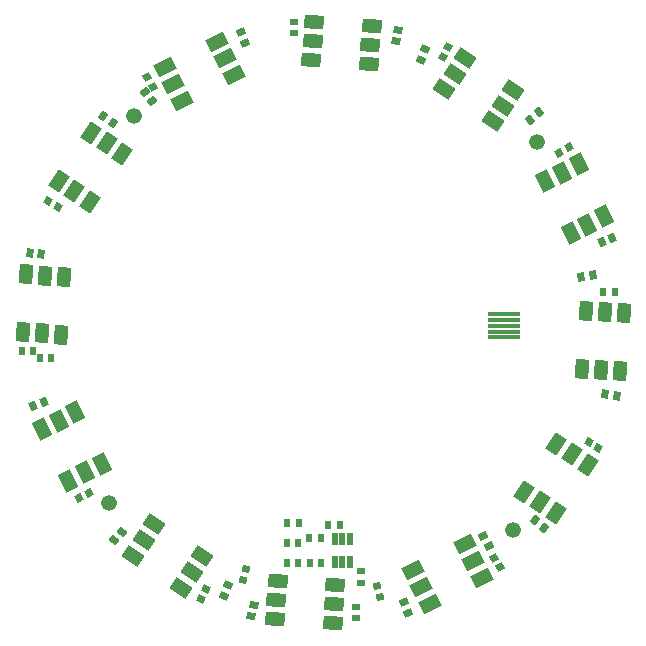
<source format=gts>
G04 Layer_Color=8388736*
%FSTAX42Y42*%
%MOMM*%
G71*
G01*
G75*
%ADD97R,0.49X0.99*%
%ADD98R,0.65X0.60*%
%ADD99R,2.70X0.40*%
G04:AMPARAMS|DCode=100|XSize=0.6mm|YSize=0.75mm|CornerRadius=0mm|HoleSize=0mm|Usage=FLASHONLY|Rotation=290.000|XOffset=0mm|YOffset=0mm|HoleType=Round|Shape=Rectangle|*
%AMROTATEDRECTD100*
4,1,4,-0.45,0.15,0.25,0.41,0.45,-0.15,-0.25,-0.41,-0.45,0.15,0.0*
%
%ADD100ROTATEDRECTD100*%

G04:AMPARAMS|DCode=101|XSize=1.14mm|YSize=1.64mm|CornerRadius=0mm|HoleSize=0mm|Usage=FLASHONLY|Rotation=296.400|XOffset=0mm|YOffset=0mm|HoleType=Round|Shape=Rectangle|*
%AMROTATEDRECTD101*
4,1,4,-0.99,0.15,0.48,0.88,0.99,-0.15,-0.48,-0.88,-0.99,0.15,0.0*
%
%ADD101ROTATEDRECTD101*%

%ADD102R,0.60X0.75*%
%ADD103R,0.60X0.65*%
G04:AMPARAMS|DCode=104|XSize=0.6mm|YSize=0.65mm|CornerRadius=0mm|HoleSize=0mm|Usage=FLASHONLY|Rotation=255.000|XOffset=0mm|YOffset=0mm|HoleType=Round|Shape=Rectangle|*
%AMROTATEDRECTD104*
4,1,4,-0.24,0.37,0.39,0.20,0.24,-0.37,-0.39,-0.20,-0.24,0.37,0.0*
%
%ADD104ROTATEDRECTD104*%

G04:AMPARAMS|DCode=105|XSize=0.6mm|YSize=0.75mm|CornerRadius=0mm|HoleSize=0mm|Usage=FLASHONLY|Rotation=249.000|XOffset=0mm|YOffset=0mm|HoleType=Round|Shape=Rectangle|*
%AMROTATEDRECTD105*
4,1,4,-0.24,0.41,0.46,0.14,0.24,-0.41,-0.46,-0.14,-0.24,0.41,0.0*
%
%ADD105ROTATEDRECTD105*%

G04:AMPARAMS|DCode=106|XSize=0.6mm|YSize=0.75mm|CornerRadius=0mm|HoleSize=0mm|Usage=FLASHONLY|Rotation=260.000|XOffset=0mm|YOffset=0mm|HoleType=Round|Shape=Rectangle|*
%AMROTATEDRECTD106*
4,1,4,-0.32,0.36,0.42,0.23,0.32,-0.36,-0.42,-0.23,-0.32,0.36,0.0*
%
%ADD106ROTATEDRECTD106*%

G04:AMPARAMS|DCode=107|XSize=0.6mm|YSize=0.75mm|CornerRadius=0mm|HoleSize=0mm|Usage=FLASHONLY|Rotation=230.000|XOffset=0mm|YOffset=0mm|HoleType=Round|Shape=Rectangle|*
%AMROTATEDRECTD107*
4,1,4,-0.10,0.47,0.48,-0.01,0.10,-0.47,-0.48,0.01,-0.10,0.47,0.0*
%
%ADD107ROTATEDRECTD107*%

G04:AMPARAMS|DCode=108|XSize=0.6mm|YSize=0.75mm|CornerRadius=0mm|HoleSize=0mm|Usage=FLASHONLY|Rotation=200.000|XOffset=0mm|YOffset=0mm|HoleType=Round|Shape=Rectangle|*
%AMROTATEDRECTD108*
4,1,4,0.15,0.45,0.41,-0.25,-0.15,-0.45,-0.41,0.25,0.15,0.45,0.0*
%
%ADD108ROTATEDRECTD108*%

G04:AMPARAMS|DCode=109|XSize=0.6mm|YSize=0.75mm|CornerRadius=0mm|HoleSize=0mm|Usage=FLASHONLY|Rotation=175.000|XOffset=0mm|YOffset=0mm|HoleType=Round|Shape=Rectangle|*
%AMROTATEDRECTD109*
4,1,4,0.33,0.35,0.26,-0.40,-0.33,-0.35,-0.26,0.40,0.33,0.35,0.0*
%
%ADD109ROTATEDRECTD109*%

G04:AMPARAMS|DCode=110|XSize=0.6mm|YSize=0.75mm|CornerRadius=0mm|HoleSize=0mm|Usage=FLASHONLY|Rotation=130.000|XOffset=0mm|YOffset=0mm|HoleType=Round|Shape=Rectangle|*
%AMROTATEDRECTD110*
4,1,4,0.48,0.01,-0.10,-0.47,-0.48,-0.01,0.10,0.47,0.48,0.01,0.0*
%
%ADD110ROTATEDRECTD110*%

G04:AMPARAMS|DCode=111|XSize=0.6mm|YSize=0.75mm|CornerRadius=0mm|HoleSize=0mm|Usage=FLASHONLY|Rotation=70.000|XOffset=0mm|YOffset=0mm|HoleType=Round|Shape=Rectangle|*
%AMROTATEDRECTD111*
4,1,4,0.25,-0.41,-0.45,-0.15,-0.25,0.41,0.45,0.15,0.25,-0.41,0.0*
%
%ADD111ROTATEDRECTD111*%

G04:AMPARAMS|DCode=112|XSize=0.6mm|YSize=0.75mm|CornerRadius=0mm|HoleSize=0mm|Usage=FLASHONLY|Rotation=145.000|XOffset=0mm|YOffset=0mm|HoleType=Round|Shape=Rectangle|*
%AMROTATEDRECTD112*
4,1,4,0.46,0.14,0.03,-0.48,-0.46,-0.14,-0.03,0.48,0.46,0.14,0.0*
%
%ADD112ROTATEDRECTD112*%

G04:AMPARAMS|DCode=113|XSize=0.6mm|YSize=0.75mm|CornerRadius=0mm|HoleSize=0mm|Usage=FLASHONLY|Rotation=81.000|XOffset=0mm|YOffset=0mm|HoleType=Round|Shape=Rectangle|*
%AMROTATEDRECTD113*
4,1,4,0.32,-0.35,-0.42,-0.24,-0.32,0.35,0.42,0.24,0.32,-0.35,0.0*
%
%ADD113ROTATEDRECTD113*%

G04:AMPARAMS|DCode=114|XSize=0.6mm|YSize=0.75mm|CornerRadius=0mm|HoleSize=0mm|Usage=FLASHONLY|Rotation=40.000|XOffset=0mm|YOffset=0mm|HoleType=Round|Shape=Rectangle|*
%AMROTATEDRECTD114*
4,1,4,0.01,-0.48,-0.47,0.10,-0.01,0.48,0.47,-0.10,0.01,-0.48,0.0*
%
%ADD114ROTATEDRECTD114*%

G04:AMPARAMS|DCode=115|XSize=0.6mm|YSize=0.75mm|CornerRadius=0mm|HoleSize=0mm|Usage=FLASHONLY|Rotation=190.000|XOffset=0mm|YOffset=0mm|HoleType=Round|Shape=Rectangle|*
%AMROTATEDRECTD115*
4,1,4,0.23,0.42,0.36,-0.32,-0.23,-0.42,-0.36,0.32,0.23,0.42,0.0*
%
%ADD115ROTATEDRECTD115*%

G04:AMPARAMS|DCode=116|XSize=0.6mm|YSize=0.75mm|CornerRadius=0mm|HoleSize=0mm|Usage=FLASHONLY|Rotation=298.000|XOffset=0mm|YOffset=0mm|HoleType=Round|Shape=Rectangle|*
%AMROTATEDRECTD116*
4,1,4,-0.47,0.09,0.19,0.44,0.47,-0.09,-0.19,-0.44,-0.47,0.09,0.0*
%
%ADD116ROTATEDRECTD116*%

G04:AMPARAMS|DCode=117|XSize=0.6mm|YSize=0.75mm|CornerRadius=0mm|HoleSize=0mm|Usage=FLASHONLY|Rotation=21.000|XOffset=0mm|YOffset=0mm|HoleType=Round|Shape=Rectangle|*
%AMROTATEDRECTD117*
4,1,4,-0.14,-0.46,-0.41,0.24,0.14,0.46,0.41,-0.24,-0.14,-0.46,0.0*
%
%ADD117ROTATEDRECTD117*%

G04:AMPARAMS|DCode=118|XSize=0.6mm|YSize=0.75mm|CornerRadius=0mm|HoleSize=0mm|Usage=FLASHONLY|Rotation=350.000|XOffset=0mm|YOffset=0mm|HoleType=Round|Shape=Rectangle|*
%AMROTATEDRECTD118*
4,1,4,-0.36,-0.32,-0.23,0.42,0.36,0.32,0.23,-0.42,-0.36,-0.32,0.0*
%
%ADD118ROTATEDRECTD118*%

G04:AMPARAMS|DCode=119|XSize=0.6mm|YSize=0.75mm|CornerRadius=0mm|HoleSize=0mm|Usage=FLASHONLY|Rotation=320.000|XOffset=0mm|YOffset=0mm|HoleType=Round|Shape=Rectangle|*
%AMROTATEDRECTD119*
4,1,4,-0.47,-0.10,0.01,0.48,0.47,0.10,-0.01,-0.48,-0.47,-0.10,0.0*
%
%ADD119ROTATEDRECTD119*%

G04:AMPARAMS|DCode=120|XSize=0.6mm|YSize=0.65mm|CornerRadius=0mm|HoleSize=0mm|Usage=FLASHONLY|Rotation=105.000|XOffset=0mm|YOffset=0mm|HoleType=Round|Shape=Rectangle|*
%AMROTATEDRECTD120*
4,1,4,0.39,-0.20,-0.24,-0.37,-0.39,0.20,0.24,0.37,0.39,-0.20,0.0*
%
%ADD120ROTATEDRECTD120*%

G04:AMPARAMS|DCode=121|XSize=0.6mm|YSize=0.65mm|CornerRadius=0mm|HoleSize=0mm|Usage=FLASHONLY|Rotation=65.000|XOffset=0mm|YOffset=0mm|HoleType=Round|Shape=Rectangle|*
%AMROTATEDRECTD121*
4,1,4,0.17,-0.41,-0.42,-0.13,-0.17,0.41,0.42,0.13,0.17,-0.41,0.0*
%
%ADD121ROTATEDRECTD121*%

G04:AMPARAMS|DCode=122|XSize=0.6mm|YSize=0.65mm|CornerRadius=0mm|HoleSize=0mm|Usage=FLASHONLY|Rotation=30.000|XOffset=0mm|YOffset=0mm|HoleType=Round|Shape=Rectangle|*
%AMROTATEDRECTD122*
4,1,4,-0.10,-0.43,-0.42,0.13,0.10,0.43,0.42,-0.13,-0.10,-0.43,0.0*
%
%ADD122ROTATEDRECTD122*%

G04:AMPARAMS|DCode=123|XSize=0.6mm|YSize=0.65mm|CornerRadius=0mm|HoleSize=0mm|Usage=FLASHONLY|Rotation=330.000|XOffset=0mm|YOffset=0mm|HoleType=Round|Shape=Rectangle|*
%AMROTATEDRECTD123*
4,1,4,-0.42,-0.13,-0.10,0.43,0.42,0.13,0.10,-0.43,-0.42,-0.13,0.0*
%
%ADD123ROTATEDRECTD123*%

G04:AMPARAMS|DCode=124|XSize=0.6mm|YSize=0.65mm|CornerRadius=0mm|HoleSize=0mm|Usage=FLASHONLY|Rotation=300.000|XOffset=0mm|YOffset=0mm|HoleType=Round|Shape=Rectangle|*
%AMROTATEDRECTD124*
4,1,4,-0.43,0.10,0.13,0.42,0.43,-0.10,-0.13,-0.42,-0.43,0.10,0.0*
%
%ADD124ROTATEDRECTD124*%

G04:AMPARAMS|DCode=125|XSize=0.6mm|YSize=0.65mm|CornerRadius=0mm|HoleSize=0mm|Usage=FLASHONLY|Rotation=240.000|XOffset=0mm|YOffset=0mm|HoleType=Round|Shape=Rectangle|*
%AMROTATEDRECTD125*
4,1,4,-0.13,0.42,0.43,0.10,0.13,-0.42,-0.43,-0.10,-0.13,0.42,0.0*
%
%ADD125ROTATEDRECTD125*%

G04:AMPARAMS|DCode=126|XSize=1.14mm|YSize=1.64mm|CornerRadius=0mm|HoleSize=0mm|Usage=FLASHONLY|Rotation=266.000|XOffset=0mm|YOffset=0mm|HoleType=Round|Shape=Rectangle|*
%AMROTATEDRECTD126*
4,1,4,-0.78,0.63,0.86,0.51,0.78,-0.63,-0.86,-0.51,-0.78,0.63,0.0*
%
%ADD126ROTATEDRECTD126*%

G04:AMPARAMS|DCode=127|XSize=1.14mm|YSize=1.64mm|CornerRadius=0mm|HoleSize=0mm|Usage=FLASHONLY|Rotation=236.500|XOffset=0mm|YOffset=0mm|HoleType=Round|Shape=Rectangle|*
%AMROTATEDRECTD127*
4,1,4,-0.37,0.93,1.00,0.02,0.37,-0.93,-1.00,-0.02,-0.37,0.93,0.0*
%
%ADD127ROTATEDRECTD127*%

G04:AMPARAMS|DCode=128|XSize=1.14mm|YSize=1.64mm|CornerRadius=0mm|HoleSize=0mm|Usage=FLASHONLY|Rotation=207.000|XOffset=0mm|YOffset=0mm|HoleType=Round|Shape=Rectangle|*
%AMROTATEDRECTD128*
4,1,4,0.14,0.99,0.88,-0.47,-0.14,-0.99,-0.88,0.47,0.14,0.99,0.0*
%
%ADD128ROTATEDRECTD128*%

G04:AMPARAMS|DCode=129|XSize=1.14mm|YSize=1.64mm|CornerRadius=0mm|HoleSize=0mm|Usage=FLASHONLY|Rotation=176.400|XOffset=0mm|YOffset=0mm|HoleType=Round|Shape=Rectangle|*
%AMROTATEDRECTD129*
4,1,4,0.62,0.78,0.52,-0.85,-0.62,-0.78,-0.52,0.85,0.62,0.78,0.0*
%
%ADD129ROTATEDRECTD129*%

G04:AMPARAMS|DCode=130|XSize=1.14mm|YSize=1.64mm|CornerRadius=0mm|HoleSize=0mm|Usage=FLASHONLY|Rotation=146.000|XOffset=0mm|YOffset=0mm|HoleType=Round|Shape=Rectangle|*
%AMROTATEDRECTD130*
4,1,4,0.93,0.36,0.01,-1.00,-0.93,-0.36,-0.01,1.00,0.93,0.36,0.0*
%
%ADD130ROTATEDRECTD130*%

G04:AMPARAMS|DCode=131|XSize=1.14mm|YSize=1.64mm|CornerRadius=0mm|HoleSize=0mm|Usage=FLASHONLY|Rotation=26.400|XOffset=0mm|YOffset=0mm|HoleType=Round|Shape=Rectangle|*
%AMROTATEDRECTD131*
4,1,4,-0.15,-0.99,-0.88,0.48,0.15,0.99,0.88,-0.48,-0.15,-0.99,0.0*
%
%ADD131ROTATEDRECTD131*%

%ADD132C,1.34*%
D97*
X02034Y016515D02*
D03*
X020405Y016515D02*
D03*
X02047D02*
D03*
X02047Y016705D02*
D03*
X020405D02*
D03*
X02034Y016705D02*
D03*
D98*
X020525Y016133D02*
D03*
Y016037D02*
D03*
X020568Y016336D02*
D03*
X020568Y016432D02*
D03*
X019995Y020989D02*
D03*
Y021086D02*
D03*
D99*
X021777Y018613D02*
D03*
Y018563D02*
D03*
Y018513D02*
D03*
Y018463D02*
D03*
Y018413D02*
D03*
D100*
X020926Y016173D02*
D03*
X020959Y016082D02*
D03*
X019585Y020909D02*
D03*
X019552Y020999D02*
D03*
D101*
X021443Y016663D02*
D03*
X021586Y016376D02*
D03*
X021514Y016519D02*
D03*
X021075Y016301D02*
D03*
X021147Y016158D02*
D03*
X021004Y016445D02*
D03*
X019047Y020413D02*
D03*
X018905Y020699D02*
D03*
X018976Y020556D02*
D03*
X019415Y020775D02*
D03*
X019343Y020918D02*
D03*
X019486Y020631D02*
D03*
D102*
X020224Y016718D02*
D03*
X020127D02*
D03*
X01794Y01824D02*
D03*
X017843Y01824D02*
D03*
D103*
X020033Y016674D02*
D03*
X019936D02*
D03*
X020034Y016503D02*
D03*
X019937D02*
D03*
X020383Y016824D02*
D03*
X020287D02*
D03*
X020133Y016505D02*
D03*
X020229D02*
D03*
X020035Y01684D02*
D03*
X019938D02*
D03*
X017791Y018298D02*
D03*
X017694D02*
D03*
X022617Y018795D02*
D03*
X022713D02*
D03*
D104*
X019563Y016361D02*
D03*
X019588Y016454D02*
D03*
D105*
X019435Y016313D02*
D03*
X0194Y016222D02*
D03*
D106*
X019654Y016148D02*
D03*
X019637Y016053D02*
D03*
D107*
X018539Y016769D02*
D03*
X018476Y016696D02*
D03*
D108*
X017878Y017869D02*
D03*
X017787Y017836D02*
D03*
D109*
X017858Y019116D02*
D03*
X017762Y019124D02*
D03*
D110*
X018797Y020413D02*
D03*
X018735Y020487D02*
D03*
D111*
X021069Y020761D02*
D03*
X021102Y020852D02*
D03*
D112*
X018462Y020232D02*
D03*
X018383Y020288D02*
D03*
D113*
X020859Y020921D02*
D03*
X020874Y021016D02*
D03*
D114*
X021995Y020257D02*
D03*
X022069Y020319D02*
D03*
D115*
X022525Y018946D02*
D03*
X02243Y018929D02*
D03*
D116*
X021601Y016731D02*
D03*
X021647Y016646D02*
D03*
D117*
X022601Y019222D02*
D03*
X022691Y019257D02*
D03*
D118*
X022632Y017936D02*
D03*
X022728Y017919D02*
D03*
D119*
X022041Y016864D02*
D03*
X022114Y016801D02*
D03*
D120*
X020702Y016305D02*
D03*
X020727Y016212D02*
D03*
D121*
X01925Y016286D02*
D03*
X01921Y016199D02*
D03*
D122*
X018259Y017099D02*
D03*
X018176Y017051D02*
D03*
X022243Y019978D02*
D03*
X022327Y020027D02*
D03*
D123*
X017997Y019521D02*
D03*
X017913Y019569D02*
D03*
X022491Y017527D02*
D03*
X022574Y017478D02*
D03*
D124*
X018804Y020536D02*
D03*
X018756Y020619D02*
D03*
X021693Y016549D02*
D03*
X021742Y016466D02*
D03*
D125*
X021256Y020786D02*
D03*
X021304Y020869D02*
D03*
D126*
X020347Y016313D02*
D03*
X020325Y015994D02*
D03*
X020336Y016153D02*
D03*
X019847Y016187D02*
D03*
X019836Y016028D02*
D03*
X019858Y016347D02*
D03*
X020145Y02076D02*
D03*
X020164Y02108D02*
D03*
X020155Y02092D02*
D03*
X020644Y02089D02*
D03*
X020654Y02105D02*
D03*
X020634Y020731D02*
D03*
D127*
X019221Y016561D02*
D03*
X019044Y016294D02*
D03*
X019132Y016428D02*
D03*
X018724Y016698D02*
D03*
X018635Y016565D02*
D03*
X018812Y016832D02*
D03*
X02127Y020513D02*
D03*
X021447Y02078D02*
D03*
X021358Y020647D02*
D03*
X021766Y020375D02*
D03*
X021855Y020509D02*
D03*
X021678Y020242D02*
D03*
D128*
X018368Y017343D02*
D03*
X018083Y017198D02*
D03*
X018225Y01727D02*
D03*
X018003Y017707D02*
D03*
X01786Y017634D02*
D03*
X018146Y01778D02*
D03*
D129*
X01802Y018437D02*
D03*
X0177Y018458D02*
D03*
X01786Y018448D02*
D03*
X017891Y018937D02*
D03*
X017731Y018947D02*
D03*
X01805Y018927D02*
D03*
X022468Y018638D02*
D03*
X022787Y018618D02*
D03*
X022628Y018628D02*
D03*
X022597Y018139D02*
D03*
X022757Y018129D02*
D03*
X022437Y018149D02*
D03*
D130*
X018268Y019562D02*
D03*
X018003Y019741D02*
D03*
X018135Y019652D02*
D03*
X01841Y020058D02*
D03*
X018277Y020148D02*
D03*
X018542Y019969D02*
D03*
X022218Y017513D02*
D03*
X022485Y017336D02*
D03*
X022352Y017424D02*
D03*
X02208Y017016D02*
D03*
X022214Y016928D02*
D03*
X021947Y017105D02*
D03*
D131*
X02212Y019736D02*
D03*
X022407Y019878D02*
D03*
X022263Y019807D02*
D03*
X022481Y019368D02*
D03*
X022624Y019439D02*
D03*
X022338Y019297D02*
D03*
D132*
X018427Y017011D02*
D03*
X022058Y020065D02*
D03*
X01864Y020285D02*
D03*
X021847Y016787D02*
D03*
M02*

</source>
